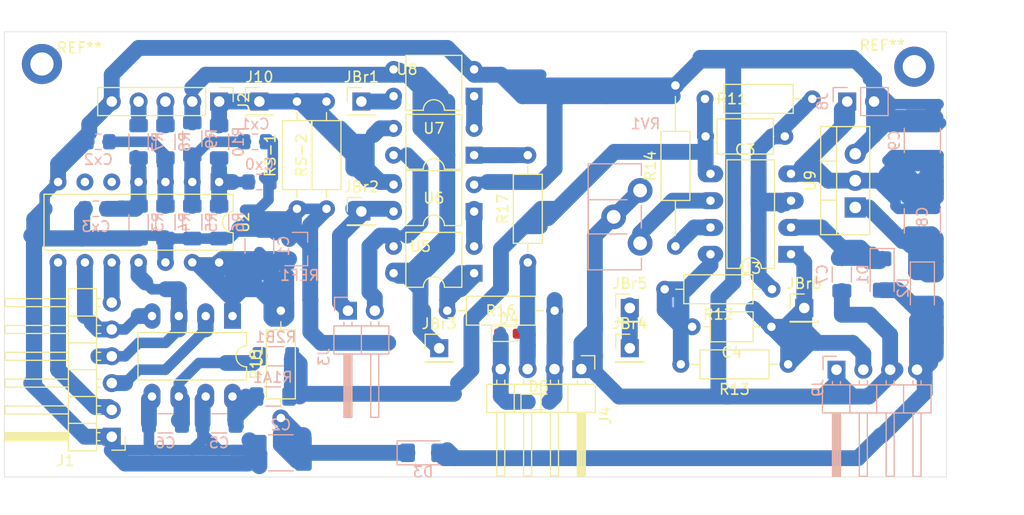
<source format=kicad_pcb>
(kicad_pcb (version 20211014) (generator pcbnew)
  (layers (0 "F.Cu" signal) (31 "B.Cu" signal) (34 "B.Paste" user) (35 "F.Paste" user) (36 "B.SilkS" user "B.Silkscreen") (37 "F.SilkS" user "F.Silkscreen") (38 "B.Mask" user) (39 "F.Mask" user) (44 "Edge.Cuts" user))
  (net 0 "")
  (net 1 "GND")
  (net 2 "Net-(C1-Pad1)")
  (net 3 "Net-(C3-Pad2)")
  (net 4 "Net-(C3-Pad1)")
  (net 5 "Net-(J1-Pad6)")
  (net 6 "Net-(J1-Pad5)")
  (net 7 "Net-(J1-Pad3)")
  (net 8 "Net-(J1-Pad2)")
  (net 9 "Net-(J2-Pad4)")
  (net 10 "Net-(J2-Pad3)")
  (net 11 "Net-(D4-Pad1)")
  (net 12 "Net-(R16-Pad2)")
  (net 13 "Net-(R17-Pad2)")
  (net 14 "Net-(J1-Pad4)")
  (net 15 "Net-(C5-Pad2)")
  (net 16 "Net-(C6-Pad2)")
  (net 17 "Net-(C7-Pad1)")
  (net 18 "VSS")
  (net 19 "-5V")
  (net 20 "Net-(C8-Pad1)")
  (net 21 "Net-(Cx1-Pad2)")
  (net 22 "Net-(Cx2-Pad2)")
  (net 23 "Net-(Cx3-Pad2)")
  (net 24 "Net-(Cx0-Pad2)")
  (net 25 "Net-(J10-Pad1)")
  (net 26 "Net-(U7-Pad2)")
  (net 27 "Net-(U5-Pad2)")
  (net 28 "Net-(C4-Pad2)")
  (net 29 "Net-(J3-Pad2)")
  (net 30 "Net-(J3-Pad1)")
  (net 31 "Net-(C4-Pad1)")
  (net 32 "Net-(R14-Pad1)")
  (net 33 "Net-(C2-Pad1)")
  (net 34 "Net-(RV1-Pad3)")
  (net 37 "Net-(D4-Pad2)")
  (net 38 "Net-(D5-Pad2)")
  (footprint "Capacitor_THT:C_Axial_L5.1mm_D3.1mm_P7.50mm_Horizontal" (layer "F.Cu") (at 146.244 37.592 180)
    (fp_text reference "C3")
    (fp_text value "10pF")
  )
  (footprint "Connector_PinHeader_2.54mm:PinHeader_1x06_P2.54mm_Horizontal" (layer "F.Cu") (at 82.55 66.04 180)
    (fp_text reference "J1")
    (fp_text value "Conn_SPI_Gnd")
  )
  (footprint "Resistor_THT:R_Axial_DIN0207_L6.3mm_D2.5mm_P10.16mm_Horizontal" (layer "F.Cu") (at 148.844 34.036 180)
    (fp_text reference "R11")
    (fp_text value "4k")
  )
  (footprint "Resistor_THT:R_Axial_DIN0207_L6.3mm_D2.5mm_P10.16mm_Horizontal" (layer "F.Cu") (at 102.87 44.45 90)
    (fp_text reference "RS-2")
    (fp_text value "100")
  )
  (footprint "Resistor_THT:R_Axial_DIN0207_L6.3mm_D2.5mm_P10.16mm_Horizontal" (layer "F.Cu") (at 124.46 54.102 180)
    (fp_text reference "R16")
    (fp_text value "680")
  )
  (footprint "Resistor_THT:R_Axial_DIN0207_L6.3mm_D2.5mm_P10.16mm_Horizontal" (layer "F.Cu") (at 98.552 64.262 90)
    (fp_text reference "R15")
    (fp_text value "2.7k")
  )
  (footprint "Package_DIP:DIP-14_W7.62mm" (layer "F.Cu") (at 92.71 41.91 -90)
    (fp_text reference "U2")
    (fp_text value "MCP3204")
  )
  (footprint "Package_DIP:DIP-8_W7.62mm_LongPads" (layer "F.Cu") (at 146.827 48.758 180)
    (fp_text reference "U3")
    (fp_text value "TCA0372")
  )
  (footprint "Package_DIP:DIP-4_W7.62mm" (layer "F.Cu") (at 116.84 44.709 180)
    (fp_text reference "U6")
    (fp_text value "TLP222A")
  )
  (footprint "Package_DIP:DIP-4_W7.62mm" (layer "F.Cu") (at 116.84 50.551 180)
    (fp_text reference "U5")
    (fp_text value "TLP222A")
  )
  (footprint "Package_DIP:DIP-8_W7.62mm_LongPads" (layer "F.Cu") (at 93.98 54.61 -90)
    (fp_text reference "U1")
    (fp_text value "MCP4822")
  )
  (footprint "Connector_PinHeader_2.54mm:PinHeader_1x05_P2.54mm_Vertical" (layer "F.Cu") (at 92.71 34.29 -90)
    (fp_text reference "J2")
    (fp_text value "Conn_ADC_0_3_Gnd")
  )
  (footprint "Resistor_THT:R_Axial_DIN0207_L6.3mm_D2.5mm_P15.24mm_Horizontal" (layer "F.Cu") (at 135.89 48.006 90)
    (fp_text reference "R14")
    (fp_text value "10k")
  )
  (footprint "Resistor_THT:R_Axial_DIN0207_L6.3mm_D2.5mm_P10.16mm_Horizontal" (layer "F.Cu") (at 100.076 44.45 90)
    (fp_text reference "RS-1")
    (fp_text value "100")
  )
  (footprint "Package_TO_SOT_THT:TO-220-3_Vertical" (layer "F.Cu") (at 152.908 44.323 90)
    (fp_text reference "U9")
    (fp_text value "LMO78_05-0.5")
  )
  (footprint "Resistor_THT:R_Axial_DIN0207_L6.3mm_D2.5mm_P10.16mm_Horizontal" (layer "F.Cu") (at 145.034 52.07 180)
    (fp_text reference "R12")
    (fp_text value "10k")
  )
  (footprint "Connector_PinHeader_2.54mm:PinHeader_1x01_P2.54mm_Vertical" (layer "F.Cu") (at 96.52 34.29)
    (fp_text reference "J10")
    (fp_text value "ADC0")
  )
  (footprint "Resistor_THT:R_Axial_DIN0207_L6.3mm_D2.5mm_P10.16mm_Horizontal" (layer "F.Cu") (at 121.92 49.53 90)
    (fp_text reference "R17")
    (fp_text value "680")
  )
  (footprint "Package_DIP:DIP-4_W7.62mm" (layer "F.Cu") (at 116.84 39.37 180)
    (fp_text reference "U7")
    (fp_text value "TLP222A")
  )
  (footprint "Package_DIP:DIP-4_W7.62mm" (layer "F.Cu") (at 116.84 33.787 180)
    (fp_text reference "U8")
    (fp_text value "TLP222A")
  )
  (footprint "Capacitor_THT:C_Axial_L3.8mm_D2.6mm_P7.50mm_Horizontal" (layer "F.Cu") (at 144.974 55.626 180)
    (fp_text reference "C4")
    (fp_text value "10pF")
  )
  (footprint "Connector_PinHeader_2.54mm:PinHeader_1x04_P2.54mm_Horizontal" (layer "F.Cu") (at 126.985 59.633 -90)
    (fp_text reference "J4")
    (fp_text value "SW_Pow_N_P_Gnd")
  )
  (footprint "Resistor_THT:R_Axial_DIN0207_L6.3mm_D2.5mm_P10.16mm_Horizontal" (layer "F.Cu") (at 146.558 59.182 180)
    (fp_text reference "R13")
    (fp_text value "50k")
  )
  (footprint "Connector_PinHeader_2.54mm:PinHeader_1x01_P2.54mm_Vertical" (layer "F.Cu") (at 106.172 34.29)
    (fp_text reference "JBr1")
    (fp_text value "U8_4")
  )
  (footprint "Connector_PinHeader_2.54mm:PinHeader_1x01_P2.54mm_Vertical" (layer "F.Cu") (at 106.172 44.704)
    (fp_text reference "JBr2")
    (fp_text value "U6_4")
  )
  (footprint "Connector_PinHeader_2.54mm:PinHeader_1x01_P2.54mm_Vertical" (layer "F.Cu") (at 113.538 57.658)
    (fp_text reference "JBr3")
    (fp_text value "U5_4")
  )
  (footprint "Connector_PinHeader_2.54mm:PinHeader_1x01_P2.54mm_Vertical" (layer "F.Cu") (at 131.572 57.658)
    (fp_text reference "JBr4")
    (fp_text value "OutA")
  )
  (footprint "Connector_PinHeader_2.54mm:PinHeader_1x01_P2.54mm_Vertical" (layer "F.Cu") (at 131.572 53.848)
    (fp_text reference "JBr5")
    (fp_text value "OutA")
  )
  (footprint "MountingHole:MountingHole_2.2mm_M2_DIN965_Pad" (layer "F.Cu") (at 75.946 30.734)
    (fp_text reference "REF**")
    (fp_text value "MH_M2")
  )
  (footprint "MountingHole:MountingHole_2.2mm_M2_DIN965_Pad" (layer "F.Cu") (at 158.496 30.988)
    (fp_text reference "REF**")
    (fp_text value "MH_M2")
  )
  (footprint "Diode_SMD:D_0603_1608Metric_Pad1.05x0.95mm_HandSolder" (layer "F.Cu") (at 120.142 56.28)
    (fp_text reference "D4")
    (fp_text value "Shottky")
  )
  (footprint "Diode_SMD:D_0603_1608Metric_Pad1.05x0.95mm_HandSolder" (layer "F.Cu") (at 122.936 62.738)
    (fp_text reference "D5")
    (fp_text value "Shottky")
  )
  (footprint "Connector_PinHeader_2.54mm:PinHeader_1x01_P2.54mm_Vertical" (layer "F.Cu") (at 148.082 53.848)
    (fp_text reference "JBr6")
    (fp_text value "OutA")
  )
  (footprint "Capacitor_SMD:C_1210_3225Metric_Pad1.33x2.70mm_HandSolder" (layer "B.Cu") (at 96.52 47.9675 90)
    (fp_text reference "C1")
    (fp_text value "10uF")
  )
  (footprint "Capacitor_SMD:C_1812_4532Metric_Pad1.57x3.40mm_HandSolder" (layer "B.Cu") (at 98.552 67.564 180)
    (fp_text reference "C2")
    (fp_text value "10uF")
  )
  (footprint "Resistor_SMD:R_1206_3216Metric_Pad1.30x1.75mm_HandSolder" (layer "B.Cu") (at 85.09 45.72 90)
    (fp_text reference "R3")
    (fp_text value "10k")
  )
  (footprint "Resistor_SMD:R_1206_3216Metric_Pad1.30x1.75mm_HandSolder" (layer "B.Cu") (at 87.63 45.72 90)
    (fp_text reference "R4")
    (fp_text value "10k")
  )
  (footprint "Resistor_SMD:R_1206_3216Metric_Pad1.30x1.75mm_HandSolder" (layer "B.Cu") (at 90.17 45.72 90)
    (fp_text reference "R5")
    (fp_text value "10k")
  )
  (footprint "Resistor_SMD:R_1206_3216Metric_Pad1.30x1.75mm_HandSolder" (layer "B.Cu") (at 92.71 45.72 90)
    (fp_text reference "R6")
    (fp_text value "10k")
  )
  (footprint "Resistor_SMD:R_1206_3216Metric_Pad1.30x1.75mm_HandSolder" (layer "B.Cu") (at 85.09 38.1 90)
    (fp_text reference "R7")
    (fp_text value "10k")
  )
  (footprint "Resistor_SMD:R_1206_3216Metric_Pad1.30x1.75mm_HandSolder" (layer "B.Cu") (at 87.63 38.1 90)
    (fp_text reference "R8")
    (fp_text value "20k")
  )
  (footprint "Resistor_SMD:R_1206_3216Metric_Pad1.30x1.75mm_HandSolder" (layer "B.Cu") (at 90.17 37.82 90)
    (fp_text reference "R9")
    (fp_text value "20k")
  )
  (footprint "Resistor_SMD:R_1206_3216Metric_Pad1.30x1.75mm_HandSolder" (layer "B.Cu") (at 92.71 38.1 90)
    (fp_text reference "R10")
    (fp_text value "10k")
  )
  (footprint "Package_TO_SOT_SMD:SOT-23" (layer "B.Cu") (at 100.33 48.26)
    (fp_text reference "REF1")
    (fp_text value "ZRB500_5")
  )
  (footprint "Capacitor_SMD:C_1206_3216Metric_Pad1.33x1.80mm_HandSolder" (layer "B.Cu") (at 92.71 64.77)
    (fp_text reference "C5")
    (fp_text value "10nF")
  )
  (footprint "Capacitor_SMD:C_1206_3216Metric_Pad1.33x1.80mm_HandSolder" (layer "B.Cu") (at 87.63 64.77)
    (fp_text reference "C6")
    (fp_text value "10nF")
  )
  (footprint "Capacitor_SMD:C_1206_3216Metric_Pad1.33x1.80mm_HandSolder" (layer "B.Cu") (at 151.638 50.673 -90)
    (fp_text reference "C7")
    (fp_text value "10uF")
  )
  (footprint "Diode_SMD:D_1206_3216Metric_Pad1.42x1.75mm_HandSolder" (layer "B.Cu") (at 155.448 50.673 -90)
    (fp_text reference "D1")
    (fp_text value "Shottky")
  )
  (footprint "Connector_PinHeader_2.54mm:PinHeader_1x02_P2.54mm_Horizontal" (layer "B.Cu") (at 104.902 54.102 -90)
    (fp_text reference "J3")
    (fp_text value "Conn_C_E")
  )
  (footprint "Connector_PinHeader_2.54mm:PinHeader_1x02_P2.54mm_Vertical" (layer "B.Cu") (at 152.146 34.29 -90)
    (fp_text reference "J8")
    (fp_text value "Conn_Gnd-5V")
  )
  (footprint "Diode_SMD:D_1206_3216Metric_Pad1.42x1.75mm_HandSolder" (layer "B.Cu") (at 159.258 51.943 -90)
    (fp_text reference "D2")
    (fp_text value "Shottky")
  )
  (footprint "Capacitor_SMD:C_0805_2012Metric_Pad1.18x1.45mm_HandSolder" (layer "B.Cu") (at 81.0475 44.45)
    (fp_text reference "Cx3")
    (fp_text value "10nF")
  )
  (footprint "Capacitor_SMD:C_0805_2012Metric_Pad1.18x1.45mm_HandSolder" (layer "B.Cu") (at 81.28 38.1)
    (fp_text reference "Cx2")
    (fp_text value "10nF")
  )
  (footprint "Capacitor_SMD:C_0805_2012Metric_Pad1.18x1.45mm_HandSolder" (layer "B.Cu") (at 96.52 41.91 180)
    (fp_text reference "Cx0")
    (fp_text value "10nF")
  )
  (footprint "Capacitor_SMD:C_0805_2012Metric_Pad1.18x1.45mm_HandSolder" (layer "B.Cu") (at 96.1125 38.1 180)
    (fp_text reference "Cx1")
    (fp_text value "10nF")
  )
  (footprint "Capacitor_SMD:C_1812_4532Metric_Pad1.57x3.40mm_HandSolder" (layer "B.Cu") (at 159.258 45.593 90)
    (fp_text reference "C8")
    (fp_text value "20uF")
  )
  (footprint "Capacitor_SMD:C_1812_4532Metric_Pad1.57x3.40mm_HandSolder" (layer "B.Cu") (at 159.258 37.973 -90)
    (fp_text reference "C9")
    (fp_text value "20uF")
  )
  (footprint "Resistor_SMD:R_1206_3216Metric_Pad1.30x1.75mm_HandSolder" (layer "B.Cu") (at 97.79 62.23 180)
    (fp_text reference "R1A1")
    (fp_text value "20k")
  )
  (footprint "Resistor_SMD:R_1206_3216Metric_Pad1.30x1.75mm_HandSolder" (layer "B.Cu") (at 98.07 58.42 180)
    (fp_text reference "R2B1")
    (fp_text value "2k")
  )
  (footprint "Connector_PinHeader_2.54mm:PinHeader_1x04_P2.54mm_Horizontal" (layer "B.Cu") (at 151.13 59.69 -90)
    (fp_text reference "J9")
    (fp_text value "Conn_Gnd_OutA_Gnd_15V")
  )
  (footprint "Diode_SMD:D_1206_3216Metric_Pad1.42x1.75mm_HandSolder" (layer "B.Cu") (at 112.014 67.564)
    (fp_text reference "D3")
    (fp_text value "Shottky")
  )
  (footprint "Potentiometer_THT:Potentiometer_ACP_CA9-H2,5_Horizontal" (layer "B.Cu") (at 132.548 42.712 180)
    (fp_text reference "RV1")
    (fp_text value "1k")
  )
  (gr_rect (start 72.39 27.686) (end 161.544 69.85) (layer "Edge.Cuts") (width 0.05) (fill none))
  (segment (start 77.47 41.91) (end 77.47 41.0475) (width 1) (layer "B.Cu") (net 1))
  (segment (start 151.13 60.96) (end 151.13 59.69) (width 1.5) (layer "B.Cu") (net 1))
  (segment (start 154.313823 62.103) (end 154.178 62.103) (width 1.5) (layer "B.Cu") (net 1))
  (segment (start 154.686 37.465) (end 154.686 34.29) (width 1.5) (layer "B.Cu") (net 1))
  (segment (start 96.4145 66.6535) (end 96.4145 67.564) (width 1.5) (layer "B.Cu") (net 1))
  (segment (start 139.954 52.832) (end 141.357 51.429) (width 1.5) (layer "B.Cu") (net 1))
  (segment (start 154.686 32.131) (end 154.1145 31.5595) (width 1.5) (layer "B.Cu") (net 1))
  (segment (start 159.7445 35.8355) (end 160.528 35.052) (width 1) (layer "B.Cu") (net 1))
  (segment (start 82.55 67.31) (end 83.82 67.31) (width 1) (layer "B.Cu") (net 1))
  (segment (start 127 58.42) (end 127 57.15) (width 1.5) (layer "B.Cu") (net 1))
  (segment (start 75.21 45.44) (end 76.2 44.45) (width 1.5) (layer "B.Cu") (net 1))
  (segment (start 101.33 47.26) (end 101.33 45.99) (width 1) (layer "B.Cu") (net 1))
  (segment (start 91.1475 64.77) (end 91.1475 65.7475) (width 1) (layer "B.Cu") (net 1))
  (segment (start 129.286 33.782) (end 135.636 33.782) (width 1.5) (layer "B.Cu") (net 1))
  (segment (start 97.3825 41.91) (end 97.3825 43.5875) (width 1) (layer "B.Cu") (net 1))
  (segment (start 95.3985 68.58) (end 96.4145 67.564) (width 1.5) (layer "B.Cu") (net 1))
  (segment (start 100.83 47.76) (end 101.33 48.26) (width 1) (layer "B.Cu") (net 1))
  (segment (start 160.655 36.703) (end 161.036 36.322) (width 1) (layer "B.Cu") (net 1))
  (segment (start 91.1475 65.7475) (end 91.1475 66.3325) (width 1) (layer "B.Cu") (net 1))
  (segment (start 128.27 55.88) (end 128.27 54.61) (width 1.5) (layer "B.Cu") (net 1))
  (segment (start 80.01 66.04) (end 82.55 66.04) (width 1.5) (layer "B.Cu") (net 1))
  (segment (start 97.3825 43.5875) (end 96.43 44.54) (width 1) (layer "B.Cu") (net 1))
  (segment (start 119.38 31.75) (end 121.412 33.782) (width 1.5) (layer "B.Cu") (net 1))
  (segment (start 124.46 40.64) (end 124.46 34.29) (width 1.5) (layer "B.Cu") (net 1))
  (segment (start 156.718 59.698823) (end 154.313823 62.103) (width 1.5) (layer "B.Cu") (net 1))
  (segment (start 101.346 53.086) (end 101.346 56.134) (width 1.5) (layer "B.Cu") (net 1))
  (segment (start 82.55 34.29) (end 82.55 31.75) (width 1.5) (layer "B.Cu") (net 1))
  (segment (start 141.29825 30.15175) (end 141.357 30.2105) (width 1.5) (layer "B.Cu") (net 1))
  (segment (start 156.464 34.544) (end 154.1145 32.1945) (width 1) (layer "B.Cu") (net 1))
  (segment (start 96.43 44.54) (end 95.16 44.54) (width 1) (layer "B.Cu") (net 1))
  (segment (start 92.71 67.31) (end 91.44 67.31) (width 1) (layer "B.Cu") (net 1))
  (segment (start 152.654 62.23) (end 154.186823 62.23) (width 1.5) (layer "B.Cu") (net 1))
  (segment (start 152.908 39.243) (end 154.6225 37.5285) (width 1.5) (layer "B.Cu") (net 1))
  (segment (start 77.47 40.185) (end 80.4175 37.2375) (width 1.5) (layer "B.Cu") (net 1))
  (segment (start 155.88175 34.99925) (end 155.94525 35.06275) (width 1.5) (layer "B.Cu") (net 1))
  (segment (start 80.01 46.99) (end 87.63 46.99) (width 1) (layer "B.Cu") (net 1))
  (segment (start 101.33 48.26) (end 101.33 53.07) (width 1.5) (layer "B.Cu") (net 1))
  (segment (start 118.11 41.91) (end 123.19 41.91) (width 1.5) (layer "B.Cu") (net 1))
  (segment (start 79.73 44.73) (end 80.01 44.45) (width 1.5) (layer "B.Cu") (net 1))
  (segment (start 76.2 46.99) (end 74.93 46.99) (width 1) (layer "B.Cu") (net 1))
  (segment (start 128.27 58.42) (end 128.27 55.88) (width 1.5) (layer "B.Cu") (net 1))
  (segment (start 156.21 59.69) (end 156.21 56.388) (width 1.5) (layer "B.Cu") (net 1))
  (segment (start 149.86 62.23) (end 152.654 62.23) (width 1.5) (layer "B.Cu") (net 1))
  (segment (start 97.74 46.355) (end 98.0825 46.6975) (width 1.5) (layer "B.Cu") (net 1))
  (segment (start 96.52 45.4275) (end 99.3075 45.4275) (width 1.5) (layer "B.Cu") (net 1))
  (segment (start 83.82 67.31) (end 86.36 67.31) (width 1) (layer "B.Cu") (net 1))
  (segment (start 83.82 68.58) (end 95.3985 68.58) (width 1.5) (layer "B.Cu") (net 1))
  (segment (start 91.1475 64.77) (end 91.1475 62.5225) (width 1.5) (layer "B.Cu") (net 1))
  (segment (start 99.33 47.31) (end 99.33 45.45) (width 1.5) (layer "B.Cu") (net 1))
  (segment (start 151.638 54.483) (end 151.638 52.2355) (width 1.5) (layer "B.Cu") (net 1))
  (segment (start 154.305 54.483) (end 151.638 54.483) (width 1.5) (layer "B.Cu") (net 1))
  (segment (start 140.982 62.23) (end 149.86 62.23) (width 1.5) (layer "B.Cu") (net 1))
  (segment (start 159.258 35.8355) (end 159.4905 35.8355) (width 1) (layer "B.Cu") (net 1))
  (segment (start 91.1475 66.3325) (end 90.17 67.31) (width 1) (layer "B.Cu") (net 1))
  (segment (start 86.36 67.31) (end 90.17 67.31) (width 1) (layer "B.Cu") (net 1))
  (segment (start 135.89 32.766) (end 120.396 32.766) (width 1.5) (layer "B.Cu") (net 1))
  (segment (start 76.2 46.99) (end 80.01 46.99) (width 1) (layer "B.Cu") (net 1))
  (segment (start 75.21 61.24) (end 75.565 61.595) (width 1.5) (layer "B.Cu") (net 1))
  (segment (start 102.362 57.15) (end 108.712 57.15) (width 1.5) (layer "B.Cu") (net 1))
  (segment (start 93.7 47.27) (end 94.615 46.355) (width 1) (layer "B.Cu") (net 1))
  (segment (start 128.27 55.88) (end 128.27 46.99) (width 1.5) (layer "B.Cu") (net 1))
  (segment (start 76.2 46.99) (end 76.2 44.45) (width 1) (layer "B.Cu") (net 1))
  (segment (start 120.396 32.766) (end 119.38 31.75) (width 1.5) (layer "B.Cu") (net 1))
  (segment (start 90.17 67.31) (end 91.44 67.31) (width 1) (layer "B.Cu") (net 1))
  (segment (start 130.556 62.23) (end 140.716 62.23) (width 1.5) (layer "B.Cu") (net 1))
  (segment (start 93.98 67.31) (end 92.71 67.31) (width 1) (layer "B.Cu") (net 1))
  (segment (start 97.79 38.1) (end 97.79 41.5025) (width 1) (layer "B.Cu") (net 1))
  (segment (start 74.93 60.96) (end 80.01 66.04) (width 1.5) (layer "B.Cu") (net 1))
  (segment (start 86.0675 62.5225) (end 86.36 62.23) (width 1.5) (layer "B.Cu") (net 1))
  (segment (start 138.25025 30.15175) (end 141.29825 30.15175) (width 1.5) (layer "B.Cu") (net 1))
  (segment (start 87.63 47.27) (end 92.71 47.27) (width 1) (layer "B.Cu") (net 1))
  (segment (start 154.6225 37.5285) (end 155.448 36.703) (width 1.5) (layer "B.Cu") (net 1))
  (segment (start 118.11 31.75) (end 119.38 31.75) (width 1.5) (layer "B.Cu") (net 1))
  (segment (start 76.2 43.18) (end 77.47 41.91) (width 1) (layer "B.Cu") (net 1))
  (segment (start 82.55 67.31) (end 83.82 68.58) (width 1.5) (layer "B.Cu") (net 1))
  (segment (start 116.84 31.75) (end 123.19 31.75) (width 1) (layer "B.Cu") (net 1))
  (segment (start 152.96075 30.40575) (end 138.25025 30.40575) (width 1.5) (layer "B.Cu") (net 1))
  (segment (start 76.2 44.45) (end 76.2 43.18) (width 1) (layer "B.Cu") (net 1))
  (segment (start 80.01 44.45) (end 80.01 46.99) (width 1) (layer "B.Cu") (net 1))
  (segment (start 86.0675 67.0175) (end 86.36 67.31) (width 1) (layer "B.Cu") (net 1))
  (segment (start 128.27 59.944) (end 130.556 62.23) (width 1.5) (layer "B.Cu") (net 1))
  (segment (start 154.6225 37.5285) (end 154.686 37.465) (width 1.5) (layer "B.Cu") (net 1))
  (segment (start 151.384 60.96) (end 152.654 62.23) (width 1.5) (layer "B.Cu") (net 1))
  (segment (start 91.1475 66.3325) (end 91.1475 64.77) (width 1) (layer "B.Cu") (net 1))
  (segment (start 80.4175 38.1) (end 80.4175 37.2375) (width 1) (layer "B.Cu") (net 1))
  (segment (start 92.71 47.27) (end 93.7 47.27) (width 1) (layer "B.Cu") (net 1))
  (segment (start 160.782 34.544) (end 156.464 34.544) (width 1) (layer "B.Cu") (net 1))
  (segment (start 124.968 33.782) (end 129.286 33.782) (width 1.5) (layer "B.Cu") (net 1))
  (segment (start 75.21 47.27) (end 74.93 46.99) (width 1.5) (layer "B.Cu") (net 1))
  (segment (start 100.0375 46.6975) (end 100.0375 44.7425) (width 1) (layer "B.Cu") (net 1))
  (segment (start 100.33 46.405) (end 100.0375 46.6975) (width 1) (layer "B.Cu") (net 1))
  (segment (start 160.5065 35.8355) (end 159.258 35.8355) (width 1.5) (layer "B.Cu") (net 1))
  (segment (start 138.25025 30.40575) (end 138.25025 30.15175) (width 1.5) (layer "B.Cu") (net 1))
  (segment (start 154.1145 32.1945) (end 154.1145 31.5595) (width 1) (layer "B.Cu") (net 1))
  (segment (start 96.975 38.1) (end 97.79 38.1) (width 1) (layer "B.Cu") (net 1))
  (segment (start 154.186823 62.23) (end 154.313823 62.103) (width 1.5) (layer "B.Cu") (net 1))
  (segment (start 97.79 41.5025) (end 97.3825 41.91) (width 1) (layer "B.Cu") (net 1))
  (segment (start 127 59.618) (end 126.985 59.633) (width 1.5) (layer "B.Cu") (net 1))
  (segment (start 80.4175 37.2375) (end 80.4175 36.4225) (width 1.5) (layer "B.Cu") (net 1))
  (segment (start 86.0675 64.77) (end 86.0675 67.0175) (width 1) (layer "B.Cu") (net 1))
  (segment (start 99.3525 46.6975) (end 100.0375 46.6975) (width 1) (layer "B.Cu") (net 1))
  (segment (start 74.93 60.96) (end 75.565 61.595) (width 1) (layer "B.Cu") (net 1))
  (segment (start 77.47 41.0475) (end 80.4175 38.1) (width 1) (layer "B.Cu") (net 1))
  (segment (start 86.36 46.99) (end 87.63 46.99) (width 1) (layer "B.Cu") (net 1))
  (segment (start 100.0375 44.7425) (end 100.33 44.45) (width 1) (layer "B.Cu") (net 1))
  (segment (start 74.93 46.99) (end 74.93 60.96) (width 1) (layer "B.Cu") (net 1))
  (segment (start 101.33 45.99) (end 101.33 48.26) (width 1.5) (layer "B.Cu") (net 1))
  (segment (start 118.11 31.75) (end 116.84 31.75) (width 1.5) (layer "B.Cu") (net 1))
  (segment (start 99.7675 46.6975) (end 100.83 47.76) (width 1) (layer "B.Cu") (net 1))
  (segment (start 127 58.42) (end 127 59.618) (width 1.5) (layer "B.Cu") (net 1))
  (segment (start 116.84 41.91) (end 118.11 41.91) (width 1) (layer "B.Cu") (net 1))
  (segment (start 101.346 56.134) (end 102.362 57.15) (width 1.5) (layer "B.Cu") (net 1))
  (segment (start 95.5425 45.4275) (end 96.52 45.4275) (width 1) (layer "B.Cu") (net 1))
  (segment (start 96.4145 67.564) (end 96.52 67.6695) (width 1.5) (layer "B.Cu") (net 1))
  (segment (start 140.716 62.23) (end 139.954 61.468) (width 1.5) (layer "B.Cu") (net 1))
  (segment (start 141.29825 30.15175) (end 152.70675 30.15175) (width 1.5) (layer "B.Cu") (net 1))
  (segment (start 135.89 32.766) (end 138.25025 30.40575) (width 1.5) (layer "B.Cu") (net 1))
  (segment (start 91.1475 65.7475) (end 92.71 67.31) (width 1) (layer "B.Cu") (net 1))
  (segment (start 155.88175 35.067169) (end 155.88175 34.99925) (width 1.5) (layer "B.Cu") (net 1))
  (segment (start 101.33 46.72) (end 101.3075 46.6975) (width 1) (layer "B.Cu") (net 1))
  (segment (start 93.98 67.31) (end 95.25 67.31) (width 1) (layer "B.Cu") (net 1))
  (segment (start 114.3 29.21) (end 116.84 31.75) (width 1.5) (layer "B.Cu") (net 1))
  (segment (start 156.464 34.544) (end 155.94525 35.06275) (width 1) (layer "B.Cu") (net 1))
  (segment (start 80.4175 36.4225) (end 82.55 34.29) (width 1.5) (layer "B.Cu") (net 1))
  (segment (start 96.4145 67.2045) (end 95.580002 66.370002) (width 1.5) (layer "B.Cu") (net 1))
  (segment (start 99.3075 45.4275) (end 99.33 45.45) (width 1.5) (layer "B.Cu") (net 1))
  (segment (start 99.33 45.45) (end 100.33 44.45) (width 1.5) (layer "B.Cu") (net 1))
  (segment (start 151.13 60.96) (end 151.384 60.96) (width 1.5) (layer "B.Cu") (net 1))
  (segment (start 96.4145 67.564) (end 96.4145 67.2045) (width 1.5) (layer "B.Cu") (net 1))
  (segment (start 82.55 66.04) (end 82.55 67.31) (width 1) (layer "B.Cu") (net 1))
  (segment (start 127 58.42) (end 128.27 58.42) (width 1.5) (layer "B.Cu") (net 1))
  (segment (start 124.46 34.29) (end 124.968 33.782) (width 1.5) (layer "B.Cu") (net 1))
  (segment (start 100.33 44.45) (end 102.87 44.45) (width 1) (layer "B.Cu") (net 1))
  (segment (start 93.98 67.31) (end 94.785 67.31) (width 1) (layer "B.Cu") (net 1))
  (segment (start 159.258 35.8355) (end 155.8505 35.8355) (width 1.5) (layer "B.Cu") (net 1))
  (segment (start 156.21 56.388) (end 154.305 54.483) (width 1.5) (layer "B.Cu") (net 1))
  (segment (start 96.52 67.6695) (end 96.52 68.834) (width 1.5) (layer "B.Cu") (net 1))
  (segment (start 139.954 61.468) (end 139.954 52.832) (width 1.5) (layer "B.Cu") (net 1))
  (segment (start 155.448 36.703) (end 160.655 36.703) (width 1) (layer "B.Cu") (net 1))
  (segment (start 79.73 47.27) (end 75.21 47.27) (width 1.5) (layer "B.Cu") (net 1))
  (segment (start 154.1145 31.5595) (end 152.96075 30.40575) (width 1.5) (layer "B.Cu") (net 1))
  (segment (start 159.258 35.8355) (end 159.7445 35.8355) (width 1) (layer "B.Cu") (net 1))
  (segment (start 80.4175 38.1) (end 80.01 38.1) (width 1) (layer "B.Cu") (net 1))
  (segment (start 101.33 48.26) (end 101.33 47.26) (width 1) (layer "B.Cu") (net 1))
  (segment (start 96.52 67.31) (end 93.98 67.31) (width 1) (layer "B.Cu") (net 1))
  (segment (start 99.3525 46.6975) (end 99.7675 46.6975) (width 1) (layer "B.Cu") (net 1))
  (segment (start 77.47 41.91) (end 77.47 40.185) (width 1.5) (layer "B.Cu") (net 1))
  (segment (start 94.615 46.355) (end 95.5425 45.4275) (width 1) (layer "B.Cu") (net 1))
  (segment (start 75.21 47.27) (end 75.21 61.24) (width 1.5) (layer "B.Cu") (net 1))
  (segment (start 86.0675 64.77) (end 86.0675 62.5225) (width 1.5) (layer "B.Cu") (net 1))
  (segment (start 85.09 47.27) (end 79.73 47.27) (width 1.5) (layer "B.Cu") (net 1))
  (segment (start 96.52 46.6975) (end 98.0825 46.6975) (width 1) (layer "B.Cu") (net 1))
  (segment (start 140.716 62.23) (end 140.982 62.23) (width 1.5) (layer "B.Cu") (net 1))
  (segment (start 96.975 41.5025) (end 97.3825 41.91) (width 1) (layer "B.Cu") (net 1))
  (segment (start 79.73 47.27) (end 79.73 44.73) (width 1.5) (layer "B.Cu") (net 1))
  (segment (start 102.87 44.45) (end 101.33 45.99) (width 1.5) (layer "B.Cu") (net 1))
  (segment (start 98.0825 46.6975) (end 99.3525 46.6975) (width 1) (layer "B.Cu") (net 1))
  (segment (start 149.86 62.23) (end 151.13 60.96) (width 1.5) (layer "B.Cu") (net 1))
  (segment (start 101.33 53.07) (end 101.346 53.086) (width 1.5) (layer "B.Cu") (net 1))
  (segment (start 159.4905 35.8355) (end 160.782 34.544) (width 1) (layer "B.Cu") (net 1))
  (segment (start 94.615 46.355) (end 97.74 46.355) (width 1.5) (layer "B.Cu") (net 1))
  (segment (start 123.19 41.91) (end 124.46 40.64) (width 1.5) (layer "B.Cu") (net 1))
  (segment (start 154.686 34.29) (end 154.686 32.131) (width 1.5) (layer "B.Cu") (net 1))
  (segment (start 87.63 49.53) (end 87.63 47.27) (width 1.5) (layer "B.Cu") (net 1))
  (segment (start 141.357 30.2105) (end 141.357 51.429) (width 1.5) (layer "B.Cu") (net 1))
  (segment (start 127 57.15) (end 128.27 55.88) (width 1.5) (layer "B.Cu") (net 1))
  (segment (start 75.21 47.27) (end 75.21 45.44) (width 1.5) (layer "B.Cu") (net 1))
  (segment (start 82.55 31.75) (end 85.09 29.21) (width 1.5) (layer "B.Cu") (net 1))
  (segment (start 85.09 29.21) (end 114.3 29.21) (width 1.5) (layer "B.Cu") (net 1))
  (segment (start 91.1475 62.5225) (end 91.44 62.23) (width 1.5) (layer "B.Cu") (net 1))
  (segment (start 128.27 58.42) (end 128.27 59.944) (width 1.5) (layer "B.Cu") (net 1))
  (segment (start 128.27 46.99) (end 130.048 45.212) (width 1.5) (layer "B.Cu") (net 1))
  (segment (start 121.412 33.782) (end 124.968 33.782) (width 1.5) (layer "B.Cu") (net 1))
  (segment (start 101.33 47.26) (end 101.33 46.72) (width 1) (layer "B.Cu") (net 1))
  (segment (start 130.048 45.212) (end 132.548 42.712) (width 1.5) (layer "B.Cu") (net 1))
  (segment (start 75.565 61.595) (end 80.01 66.04) (width 1) (layer "B.Cu") (net 1))
  (segment (start 98.806 54.864) (end 99.06 54.61) (width 1.5) (layer "B.Cu") (net 2))
  (segment (start 97.4975 49.8225) (end 97.4975 49.53) (width 1) (layer "B.Cu") (net 2))
  (segment (start 99.06 54.61) (end 99.06 53.34) (width 1.5) (layer "B.Cu") (net 2))
  (segment (start 97.4975 49.8225) (end 97.79 49.53) (width 1) (layer "B.Cu") (net 2))
  (segment (start 92.71 52.07) (end 90.17 49.53) (width 1) (layer "B.Cu") (net 2))
  (segment (start 97.663 54.737) (end 97.663 53.213) (width 1.5) (layer "B.Cu") (net 2))
  (segment (start 92.71 52.07) (end 93.98 50.8) (width 1) (layer "B.Cu") (net 2))
  (segment (start 94.2725 51.0925) (end 94.2725 50.5075) (width 1) (layer "B.Cu") (net 2))
  (segment (start 99.06 54.61) (end 97.663 53.213) (width 1.5) (layer "B.Cu") (net 2))
  (segment (start 93.98 53.34) (end 95.25 52.07) (width 1) (layer "B.Cu") (net 2))
  (segment (start 98.7175 49.8225) (end 99.33 49.21) (width 1) (layer "B.Cu") (net 2))
  (segment (start 97.79 52.07) (end 97.79 50.8) (width 1.5) (layer "B.Cu") (net 2))
  (segment (start 92.71 49.53) (end 92.71 50.8) (width 1) (layer "B.Cu") (net 2))
  (segment (start 96.03125 50.31125) (end 96.52 49.8225) (width 1) (layer "B.Cu") (net 2))
  (segment (start 97.79 52.07) (end 96.52 52.07) (width 1.5) (layer "B.Cu") (net 2))
  (segment (start 92.71 50.8) (end 92.71 52.07) (width 1) (layer "B.Cu") (net 2))
  (segment (start 96.03125 50.04125) (end 95.52 49.53) (width 1) (layer "B.Cu") (net 2))
  (segment (start 97.79 50.8) (end 97.4975 50.8) (width 1.5) (layer "B.Cu") (net 2))
  (segment (start 90.17 49.53) (end 92.71 49.53) (width 1) (layer "B.Cu") (net 2))
  (segment (start 91.44 49.53) (end 92.075 50.165) (width 1) (layer "B.Cu") (net 2))
  (segment (start 96.03125 50.31125) (end 96.03125 50.04125) (width 1) (layer "B.Cu") (net 2))
  (segment (start 94.2725 50.5075) (end 95.25 49.53) (width 1) (layer "B.Cu") (net 2))
  (segment (start 94.2725 50.5075) (end 94.9575 50.5075) (width 1) (layer "B.Cu") (net 2))
  (segment (start 95.25 52.07) (end 96.52 50.8) (width 1) (layer "B.Cu") (net 2))
  (segment (start 93.98 54.61) (end 93.98 53.34) (width 1) (layer "B.Cu") (net 2))
  (segment (start 99.06 53.34) (end 97.79 52.07) (width 1.5) (layer "B.Cu") (net 2))
  (segment (start 99.33 49.21) (end 93.03 49.21) (width 1.5) (layer "B.Cu") (net 2))
  (segment (start 94.76125 51.58125) (end 95.39625 50.94625) (width 1) (layer "B.Cu") (net 2))
  (segment (start 92.71 50.8) (end 92.075 50.165) (width 1) (layer "B.Cu") (net 2))
  (segment (start 96.52 50.8) (end 96.03125 50.31125) (width 1) (layer "B.Cu") (net 2))
  (segment (start 97.79 54.864) (end 97.663 54.737) (width 1.5) (layer "B.Cu") (net 2))
  (segment (start 96.52 49.8225) (end 98.7175 49.8225) (width 1) (layer "B.Cu") (net 2))
  (segment (start 99.06 50.8) (end 99.06 54.61) (width 1.5) (layer "B.Cu") (net 2))
  (segment (start 97.4975 50.8) (end 96.52 49.8225) (width 1.5) (layer "B.Cu") (net 2))
  (segment (start 94.2725 52.07) (end 94.2725 51.0925) (width 1) (layer "B.Cu") (net 2))
  (segment (start 93.03 49.21) (end 92.71 49.53) (width 1.5) (layer "B.Cu") (net 2))
  (segment (start 97.79 54.864) (end 98.806 54.864) (width 1.5) (layer "B.Cu") (net 2))
  (segment (start 94.2725 51.0925) (end 93.98 50.8) (width 1) (layer "B.Cu") (net 2))
  (segment (start 95.39625 50.94625) (end 96.03125 50.31125) (width 1) (layer "B.Cu") (net 2))
  (segment (start 95.25 49.53) (end 95.52 49.53) (width 0.75) (layer "B.Cu") (net 2))
  (segment (start 92.71 52.07) (end 93.98 53.34) (width 1) (layer "B.Cu") (net 2))
  (segment (start 98.0825 49.8225) (end 96.52 49.8225) (width 1) (layer "B.Cu") (net 2))
  (segment (start 92.71 52.07) (end 93.295 52.07) (width 1) (layer "B.Cu") (net 2))
  (segment (start 93.345 50.165) (end 92.71 49.53) (width 1) (layer "B.Cu") (net 2))
  (segment (start 93.295 52.07) (end 94.2725 51.0925) (width 1) (layer "B.Cu") (net 2))
  (segment (start 96.52 52.07) (end 95.25 52.07) (width 1.5) (layer "B.Cu") (net 2))
  (segment (start 97.663 53.213) (end 96.52 52.07) (width 1.5) (layer "B.Cu") (net 2))
  (segment (start 94.2725 51.0925) (end 93.345 50.165) (width 1) (layer "B.Cu") (net 2))
  (segment (start 97.4975 49.53) (end 96.52 48.5525) (width 1) (layer "B.Cu") (net 2))
  (segment (start 98.552 54.102) (end 97.79 54.864) (width 1.5) (layer "B.Cu") (net 2))
  (segment (start 94.2725 52.07) (end 94.76125 51.58125) (width 1) (layer "B.Cu") (net 2))
  (segment (start 92.71 49.53) (end 95.25 49.53) (width 0.75) (layer "B.Cu") (net 2))
  (segment (start 93.98 53.34) (end 93.98 52.3625) (width 1) (layer "B.Cu") (net 2))
  (segment (start 99.3525 49.8225) (end 98.7175 49.8225) (width 1) (layer "B.Cu") (net 2))
  (segment (start 93.49125 50.31125) (end 93.345 50.165) (width 1) (layer "B.Cu") (net 2))
  (segment (start 96.52 49.8225) (end 96.52 48.5525) (width 1) (layer "B.Cu") (net 2))
  (segment (start 93.98 52.3625) (end 94.2725 52.07) (width 1) (layer "B.Cu") (net 2))
  (segment (start 93.98 50.8) (end 92.71 49.53) (width 1) (layer "B.Cu") (net 2))
  (segment (start 94.9575 50.5075) (end 95.39625 50.94625) (width 1) (layer "B.Cu") (net 2))
  (segment (start 96.52 49.8225) (end 97.4975 49.8225) (width 1) (layer "B.Cu") (net 2))
  (segment (start 96.03125 50.31125) (end 93.49125 50.31125) (width 1) (layer "B.Cu") (net 2))
  (segment (start 138.684 37.532) (end 138.744 37.592) (width 1.5) (layer "B.Cu") (net 3))
  (segment (start 138.744 40.675) (end 139.207 41.138) (width 1.5) (layer "B.Cu") (net 3))
  (segment (start 100.33 62.23) (end 100.33 60.96) (width 1.5) (layer "B.Cu") (net 3))
  (segment (start 123.063 46.101) (end 121.539 46.101) (width 1.5) (layer "B.Cu") (net 3))
  (segment (start 100.33 59.69) (end 100.33 59.13) (width 1.5) (layer "B.Cu") (net 3))
  (segment (start 99.34 62.23) (end 99.34 58.7) (width 1) (layer "B.Cu") (net 3))
  (segment (start 100.33 59.13) (end 99.62 58.42) (width 1.5) (layer "B.Cu") (net 3))
  (segment (start 116.586 59.69) (end 116.586 54.864) (width 1.5) (layer "B.Cu") (net 3))
  (segment (start 138.744 37.592) (end 138.744 39.056) (width 1.5) (layer "B.Cu") (net 3))
  (segment (start 99.949 61.976) (end 114.935 61.976) (width 1.5) (layer "B.Cu") (net 3))
  (segment (start 119.38 52.07) (end 119.38 48.26) (width 1.5) (layer "B.Cu") (net 3))
  (segment (start 138.744 39.056) (end 130.108 39.056) (width 1.5) (layer "B.Cu") (net 3))
  (segment (start 115.316 60.96) (end 116.586 59.69) (width 1.5) (layer "B.Cu") (net 3))
  (segment (start 99.34 62.23) (end 100.33 62.23) (width 1) (layer "B.Cu") (net 3))
  (segment (start 123.19 44.45) (end 124.46 44.45) (width 1.5) (layer "B.Cu") (net 3))
  (segment (start 119.38 48.26) (end 121.539 46.101) (width 1.5) (layer "B.Cu") (net 3))
  (segment (start 138.684 34.036) (end 138.684 37.532) (width 1.5) (layer "B.Cu") (net 3))
  (segment (start 100.33 60.96) (end 100.33 59.69) (width 1.5) (layer "B.Cu") (net 3))
  (segment (start 116.586 54.864) (end 119.38 52.07) (width 1.5) (layer "B.Cu") (net 3))
  (segment (start 99.34 58.7) (end 99.62 58.42) (width 1) (layer "B.Cu") (net 3))
  (segment (start 130.108 39.056) (end 123.825 45.339) (width 1.5) (layer "B.Cu") (net 3))
  (segment (start 121.539 46.101) (end 123.19 44.45) (width 1.5) (layer "B.Cu") (net 3))
  (segment (start 138.744 39.056) (end 138.744 40.675) (width 1.5) (layer "B.Cu") (net 3))
  (segment (start 143.764 50.8) (end 143.764 46.482) (width 1.5) (layer "B.Cu") (net 4))
  (segment (start 145.034 37.592) (end 145.288 37.592) (width 1.5) (layer "B.Cu") (net 4))
  (segment (start 143.764 43.942) (end 146.304 43.942) (width 1.5) (layer "B.Cu") (net 4))
  (segment (start 144.028 43.678) (end 143.764 43.942) (width 1.5) (layer "B.Cu") (net 4))
  (segment (start 145.288 37.592) (end 148.844 34.036) (width 1.5) (layer "B.Cu") (net 4))
  (segment (start 143.764 46.482) (end 143.764 45.212) (width 1) (layer "B.Cu") (net 4))
  (segment (start 145.034 52.07) (end 143.764 50.8) (width 1.5) (layer "B.Cu") (net 4))
  (segment (start 145.9015 44.3445) (end 146.304 43.942) (width 1) (layer "B.Cu") (net 4))
  (segment (start 146.827 43.678) (end 144.028 43.678) (width 1.5) (layer "B.Cu") (net 4))
  (segment (start 143.764 46.482) (end 143.764 43.942) (width 1.5) (layer "B.Cu") (net 4))
  (segment (start 145.034 37.592) (end 143.764 38.862) (width 1.5) (layer "B.Cu") (net 4))
  (segment (start 143.764 38.862) (end 143.764 43.942) (width 1.5) (layer "B.Cu") (net 4))
  (segment (start 143.764 41.402) (end 143.764 45.212) (width 1) (layer "B.Cu") (net 4))
  (segment (start 143.764 43.942) (end 143.764 41.402) (width 1.5) (layer "B.Cu") (net 4))
  (segment (start 146.244 37.592) (end 145.034 37.592) (width 1.5) (layer "B.Cu") (net 4))
  (segment (start 82.55 50.8) (end 82.55 49.53) (width 1) (layer "B.Cu") (net 5))
  (segment (start 82.55 53.34) (end 82.55 49.53) (width 1.5) (layer "B.Cu") (net 5))
  (segment (start 80.01 49.53) (end 80.01 54.61) (width 1.5) (layer "B.Cu") (net 6))
  (segment (start 80.01 54.61) (end 80.645 55.245) (width 1) (layer "B.Cu") (net 6))
  (segment (start 86.36 54.61) (end 85.09 54.61) (width 1.5) (layer "B.Cu") (net 6))
  (segment (start 81.28 55.88) (end 82.55 55.88) (width 1.5) (layer "B.Cu") (net 6))
  (segment (start 83.82 55.88) (end 85.09 54.61) (width 1) (layer "B.Cu") (net 6))
  (segment (start 82.55 55.88) (end 83.82 55.88) (width 1) (layer "B.Cu") (net 6))
  (segment (start 81.28 55.88) (end 80.645 55.245) (width 1.5) (layer "B.Cu") (net 6))
  (segment (start 82.55 60.96) (end 83.82 60.96) (width 1.5) (layer "B.Cu") (net 7))
  (segment (start 87.63 59.69) (end 91.44 55.88) (width 1) (layer "B.Cu") (net 7))
  (segment (start 83.82 60.96) (end 85.09 59.69) (width 1) (layer "B.Cu") (net 7))
  (segment (start 91.44 54.61) (end 91.44 55.88) (width 1.5) (layer "B.Cu") (net 7))
  (segment (start 85.09 59.69) (end 87.63 59.69) (width 1) (layer "B.Cu") (net 7))
  (segment (start 80.999999 63.219999) (end 82.269999 63.219999) (width 1.5) (layer "B.Cu") (net 8))
  (segment (start 82.269999 63.219999) (end 82.55 63.5) (width 1.5) (layer "B.Cu") (net 8))
  (segment (start 77.47 59.69) (end 80.999999 63.219999) (width 1.5) (layer "B.Cu") (net 8))
  (segment (start 77.47 49.53) (end 77.47 59.69) (width 1.5) (layer "B.Cu") (net 8))
  (segment (start 85.09 36.55) (end 85.09 35.56) (width 1) (layer "B.Cu") (net 9))
  (segment (start 85.09 35.56) (end 85.09 34.29) (width 1.5) (layer "B.Cu") (net 9))
  (segment (start 87.63 36.55) (end 87.63 34.29) (width 1.5) (layer "B.Cu") (net 10))
  (segment (start 119.365 57.897) (end 119.365 56.119) (width 1) (layer "B.Cu") (net 11))
  (segment (start 119.365 59.633) (end 119.365 62.215) (width 1.5) (layer "B.Cu") (net 11))
  (segment (start 119.365 59.633) (end 119.365 57.897) (width 1.5) (layer "B.Cu") (net 11))
  (segment (start 119.888 62.738) (end 121.92 62.738) (width 1.5) (layer "B.Cu") (net 11))
  (segment (start 119.365 62.215) (end 119.888 62.738) (width 1.5) (layer "B.Cu") (net 11))
  (segment (start 119.365 57.897) (end 119.365 56.657) (width 1.5) (layer "B.Cu") (net 11))
  (segment (start 115.565 50.551) (end 114.3 51.816) (width 1.5) (layer "B.Cu") (net 12))
  (segment (start 114.3 53.086) (end 116.586 50.8) (width 1.5) (layer "B.Cu") (net 12))
  (segment (start 116.84 50.8) (end 115.57 52.07) (width 1.5) (layer "B.Cu") (net 12))
  (segment (start 116.84 50.551) (end 115.565 50.551) (width 1.5) (layer "B.Cu") (net 12))
  (segment (start 114.3 51.816) (end 114.3 53.086) (width 1.5) (layer "B.Cu") (net 12))
  (segment (start 116.586 50.8) (end 116.84 50.8) (width 1.5) (layer "B.Cu") (net 12))
  (segment (start 114.3 53.086) (end 114.3 54.102) (width 1.5) (layer "B.Cu") (net 12))
  (segment (start 120.65 39.37) (end 116.84 39.37) (width 1.5) (layer "B.Cu") (net 13))
  (segment (start 119.38 39.37) (end 116.84 39.37) (width 1.5) (layer "B.Cu") (net 13))
  (segment (start 121.92 39.37) (end 119.38 39.37) (width 1.5) (layer "B.Cu") (net 13))
  (segment (start 88.9 55.88) (end 88.9 54.61) (width 1) (layer "B.Cu") (net 14))
  (segment (start 87.63 57.15) (end 88.9 55.88) (width 1) (layer "B.Cu") (net 14))
  (segment (start 83.82 58.42) (end 85.09 57.15) (width 1) (layer "B.Cu") (net 14))
  (segment (start 85.09 49.53) (end 85.09 50.8) (width 1.5) (layer "B.Cu") (net 14))
  (segment (start 88.9 52.07) (end 87.63 52.07) (width 1.5) (layer "B.Cu") (net 14))
  (segment (start 86.36 52.07) (end 87.63 52.07) (width 1) (layer "B.Cu") (net 14))
  (segment (start 82.55 58.42) (end 81.28 58.42) (width 1.5) (layer "B.Cu") (net 14))
  (segment (start 85.09 57.15) (end 87.63 57.15) (width 1) (layer "B.Cu") (net 14))
  (segment (start 88.9 54.61) (end 88.9 53.34) (width 1.5) (layer "B.Cu") (net 14))
  (segment (start 82.55 58.42) (end 83.82 58.42) (width 1) (layer "B.Cu") (net 14))
  (segment (start 85.09 50.8) (end 85.725 51.435) (width 1.5) (layer "B.Cu") (net 14))
  (segment (start 88.9 53.34) (end 88.9 52.07) (width 1.5) (layer "B.Cu") (net 14))
  (segment (start 85.725 51.435) (end 86.36 52.07) (width 1) (layer "B.Cu") (net 14))
  (segment (start 88.9 55.88) (end 88.9 53.34) (width 1.5) (layer "B.Cu") (net 14))
  (segment (start 93.98 62.23) (end 93.98 64.4775) (width 1) (layer "B.Cu") (net 15))
  (segment (start 94.5525 65.05) (end 94.2725 64.77) (width 1) (layer "B.Cu") (net 15))
  (segment (start 94.2725 64.77) (end 94.2725 64.1975) (width 1.5) (layer "B.Cu") (net 15))
  (segment (start 94.2725 63.2075) (end 95.25 62.23) (width 1.5) (layer "B.Cu") (net 15))
  (segment (start 94.2725 64.77) (end 94.2725 63.2075) (width 1.5) (layer "B.Cu") (net 15))
  (segment (start 93.98 64.4775) (end 94.2725 64.77) (width 1) (layer "B.Cu") (net 15))
  (segment (start 94.2725 64.1975) (end 96.24 62.23) (width 1.5) (layer "B.Cu") (net 15))
  (segment (start 93.98 62.23) (end 95.25 62.23) (width 1) (layer "B.Cu") (net 15))
  (segment (start 95.25 62.23) (end 96.24 62.23) (width 1) (layer "B.Cu") (net 15))
  (segment (start 88.9 62.23) (end 88.9 64.4775) (width 1) (layer "B.Cu") (net 16))
  (segment (start 90.805 59.055) (end 93.345 59.055) (width 1) (layer "B.Cu") (net 16))
  (segment (start 89.1925 64.77) (end 88.9 64.4775) (width 1.5) (layer "B.Cu") (net 16))
  (segment (start 95.885 59.055) (end 96.52 58.42) (width 1.5) (layer "B.Cu") (net 16))
  (segment (start 88.9 60.96) (end 90.805 59.055) (width 1) (layer "B.Cu") (net 16))
  (segment (start 93.345 59.055) (end 95.885 59.055) (width 1.5) (layer "B.Cu") (net 16))
  (segment (start 88.9 62.23) (end 88.9 60.96) (width 1) (layer "B.Cu") (net 16))
  (segment (start 89.1925 64.77) (end 89.1925 62.5225) (width 1.5) (layer "B.Cu") (net 16))
  (segment (start 89.1925 62.5225) (end 88.9 62.23) (width 1.5) (layer "B.Cu") (net 16))
  (segment (start 154.178 49.403) (end 155.2305 49.403) (width 1.5) (layer "B.Cu") (net 17))
  (segment (start 153.7755 48.5355) (end 153.7755 49.0005) (width 1.5) (layer "B.Cu") (net 17))
  (segment (start 154.5805 48.5355) (end 153.7755 48.5355) (width 1) (layer "B.Cu") (net 17))
  (segment (start 149.723 46.218) (end 150.368 46.863) (width 1.5) (layer "B.Cu") (net 17))
  (segment (start 146.827 46.218) (end 149.723 46.218) (width 1.5) (layer "B.Cu") (net 17))
  (segment (start 151.638 49.1105) (end 151.3455 49.1105) (width 1.5) (layer "B.Cu") (net 17))
  (segment (start 151.638 49.1105) (end 151.638 48.133) (width 1.5) (layer "B.Cu") (net 17))
  (segment (start 151.638 49.1105) (end 153.8855 49.1105) (width 1.5) (layer "B.Cu") (net 17))
  (segment (start 153.7755 49.0005) (end 154.178 49.403) (width 1.5) (layer "B.Cu") (net 17))
  (segment (start 153.373 48.133) (end 153.7755 48.5355) (width 1.5) (layer "B.Cu") (net 17))
  (segment (start 151.638 48.133) (end 153.373 48.133) (width 1.5) (layer "B.Cu") (net 17))
  (segment (start 155.2305 49.1855) (end 154.5805 48.5355) (width 1) (layer "B.Cu") (net 17))
  (segment (start 151.638 48.133) (end 150.368 46.863) (width 1.5) (layer "B.Cu") (net 17))
  (segment (start 155.2305 49.403) (end 155.448 49.1855) (width 1.5) (layer "B.Cu") (net 17))
  (segment (start 160.3105 54.483) (end 160.528 54.7005) (width 1.5) (layer "B.Cu") (net 18))
  (segment (start 160.00175 55.22675) (end 160.00175 53.95675) (width 1.5) (layer "B.Cu") (net 18))
  (segment (start 115.062 68.072) (end 153.162 68.072) (width 1.5) (layer "B.Cu") (net 18))
  (segment (start 160.00175 59.03675) (end 159.4755 59.563) (width 1.5) (layer "B.Cu") (net 18))
  (segment (start 159.4755 59.563) (end 159.4755 60.4885) (width 1.5) (layer "B.Cu") (net 18))
  (segment (start 160.528 54.7005) (end 160.00175 55.22675) (width 1.5) (layer "B.Cu") (net 18))
  (segment (start 115.062 68.072) (end 114.0095 68.072) (width 1.5) (layer "B.Cu") (net 18))
  (segment (start 159.4755 60.4155) (end 158.75 59.69) (width 1.5) (layer "B.Cu") (net 18))
  (segment (start 159.4755 60.4885) (end 159.4755 60.4155) (width 1.5) (layer "B.Cu") (net 18))
  (segment (start 153.162 68.072) (end 155.321 65.913) (width 1.5) (layer "B.Cu") (net 18))
  (segment (start 114.0095 68.072) (end 113.5015 67.564) (width 1.5) (layer "B.Cu") (net 18))
  (segment (start 114.3 67.31) (end 115.062 68.072) (width 1.5) (layer "B.Cu") (net 18))
  (segment (start 160.528 57.15) (end 160.528 55.753) (width 1.5) (layer "B.Cu") (net 18))
  (segment (start 160.00175 53.95675) (end 160.528 53.4305) (width 1.5) (layer "B.Cu") (net 18))
  (segment (start 159.4755 57.2405) (end 159.258 57.023) (width 1.5) (layer "B.Cu") (net 18))
  (segment (start 158.75 54.991) (end 159.258 54.483) (width 1.5) (layer "B.Cu") (net 18))
  (segment (start 160.528 58.293) (end 160.528 57.15) (width 1.5) (layer "B.Cu") (net 18))
  (segment (start 160.528 55.753) (end 159.258 54.483) (width 1.5) (layer "B.Cu") (net 18))
  (segment (start 158.2055 53.4305) (end 156.93051 52.15551) (width 1.5) (layer "B.Cu") (net 18))
  (segment (start 159.4755 61.8855) (end 155.448 65.913) (width 1.5) (layer "B.Cu") (net 18))
  (segment (start 160.528 53.4305) (end 158.2055 53.4305) (width 1.5) (layer "B.Cu") (net 18))
  (segment (start 158.75 59.69) (end 158.75 54.991) (width 1.5) (layer "B.Cu") (net 18))
  (segment (start 160.528 57.15) (end 160.528 53.4305) (width 1.5) (layer "B.Cu") (net 18))
  (segment (start 156.9355 52.1605) (end 158.2055 53.4305) (width 1.5) (layer "B.Cu") (net 18))
  (segment (start 159.258 54.483) (end 160.3105 54.483) (width 1.5) (layer "B.Cu") (net 18))
  (segment (start 159.258 57.023) (end 159.258 54.483) (width 1.5) (layer "B.Cu") (net 18))
  (segment (start 159.4755 59.563) (end 159.4755 57.2405) (width 1.5) (layer "B.Cu") (net 18))
  (segment (start 159.4755 60.4885) (end 159.4755 61.8855) (width 1.5) (layer "B.Cu") (net 18))
  (segment (start 155.448 52.1605) (end 156.9355 52.1605) (width 1.5) (layer "B.Cu") (net 18))
  (segment (start 159.258 54.483) (end 158.2055 53.4305) (width 1.5) (layer "B.Cu") (net 18))
  (segment (start 155.448 65.913) (end 155.321 65.913) (width 1.5) (layer "B.Cu") (net 18))
  (segment (start 160.00175 59.03675) (end 160.00175 55.22675) (width 1.5) (layer "B.Cu") (net 18))
  (segment (start 160.528 43.053) (end 160.528 41.783) (width 1.5) (layer "B.Cu") (net 19))
  (segment (start 160.782 39.37) (end 156.464 39.37) (width 1) (layer "B.Cu") (net 19))
  (segment (start 151.638 36.703) (end 151.638 35.047) (width 1.5) (layer "B.Cu") (net 19))
  (segment (start 157.1205 42.6505) (end 156.718 43.053) (width 1.5) (layer "B.Cu") (net 19))
  (segment (start 154.813 41.783) (end 156.253 41.783) (width 1.5) (layer "B.Cu") (net 19))
  (segment (start 150.368 41.783) (end 149.098 40.513) (width 1.5) (layer "B.Cu") (net 19))
  (segment (start 160.528 43.688) (end 160.2955 43.4555) (width 1) (layer "B.Cu") (net 19))
  (segment (start 150.368 41.783) (end 152.908 41.783) (width 1.5) (layer "B.Cu") (net 19))
  (segment (start 159.5335 43.4555) (end 160.528 44.45) (width 1) (layer "B.Cu") (net 19))
  (segment (start 150.368 37.973) (end 151.638 36.703) (width 1.5) (layer "B.Cu") (net 19))
  (segment (start 156.9935 40.1105) (end 155.8505 41.2535) (width 1.5) (layer "B.Cu") (net 19))
  (segment (start 160.2955 43.4555) (end 159.258 43.4555) (width 1) (layer "B.Cu") (net 19))
  (segment (start 156.972 44.45) (end 156.718 44.196) (width 1) (layer "B.Cu") (net 19))
  (segment (start 155.448 42.418) (end 154.813 41.783) (width 1) (layer "B.Cu") (net 19))
  (segment (start 160.782 43.434) (end 160.528 43.688) (width 1) (layer "B.Cu") (net 19))
  (segment (start 156.718 43.053) (end 156.083 43.053) (width 1) (layer "B.Cu") (net 19))
  (segment (start 156.253 41.783) (end 157.1205 42.6505) (width 1.5) (layer "B.Cu") (net 19))
  (segment (start 146.827 41.138) (end 149.723 41.138) (width 1.5) (layer "B.Cu") (net 19))
  (segment (start 159.258 43.4555) (end 157.7125 43.4555) (width 1) (layer "B.Cu") (net 19))
  (segment (start 160.1255 43.4555) (end 160.528 43.053) (width 1.5) (layer "B.Cu") (net 19))
  (segment (start 159.258 40.1105) (end 160.1255 40.1105) (width 1.5) (layer "B.Cu") (net 19))
  (segment (start 156.464 43.434) (end 156.718 43.434) (width 1) (layer "B.Cu") (net 19))
  (segment (start 160.1255 40.1105) (end 160.528 40.513) (width 1.5) (layer "B.Cu") (net 19))
  (segment (start 155.448 42.418) (end 156.464 43.434) (width 1) (layer "B.Cu") (net 19))
  (segment (start 155.8505 41.2535) (end 155.8505 41.3805) (width 1.5) (layer "B.Cu") (net 19))
  (segment (start 160.528 41.783) (end 159.258 41.783) (width 1.5) (layer "B.Cu") (net 19))
  (segment (start 156.464 39.37) (end 155.956 39.878) (width 1) (layer "B.Cu") (net 19))
  (segment (start 160.782 39.37) (end 160.782 43.434) (width 1) (layer "B.Cu") (net 19))
  (segment (start 156.718 44.196) (end 156.718 43.434) (width 1) (layer "B.Cu") (net 19))
  (segment (start 160.528 44.45) (end 156.972 44.45) (width 1) (layer "B.Cu") (net 19))
  (segment (start 152.146 36.195) (end 152.146 34.29) (width 1.5) (layer "B.Cu") (net 19))
  (segment (start 152.908 41.783) (end 154.813 41.783) (width 1.5) (layer "B.Cu") (net 19))
  (segment (start 147.828 40.513) (end 152.146 36.195) (width 1.5) (layer "B.Cu") (net 19))
  (segment (start 159.258 42.6505) (end 159.258 41.783) (width 1.5) (layer "B.Cu") (net 19))
  (segment (start 159.258 43.4555) (end 159.5335 43.4555) (width 1) (layer "B.Cu") (net 19))
  (segment (start 159.258 42.6505) (end 157.1205 42.6505) (width 1.5) (layer "B.Cu") (net 19))
  (segment (start 159.258 43.4555) (end 160.1255 43.4555) (width 1.5) (layer "B.Cu") (net 19))
  (segment (start 156.083 43.053) (end 155.448 42.418) (width 1) (layer "B.Cu") (net 19))
  (segment (start 160.528 40.513) (end 159.258 41.783) (width 1.5) (layer "B.Cu") (net 19))
  (segment (start 159.258 40.1105) (end 156.9935 40.1105) (width 1.5) (layer "B.Cu") (net 19))
  (segment (start 159.258 40.1105) (end 160.0415 40.1105) (width 1) (layer "B.Cu") (net 19))
  (segment (start 157.988 41.3805) (end 159.258 42.6505) (width 1.5) (layer "B.Cu") (net 19))
  (segment (start 147.828 40.513) (end 149.098 40.513) (width 1.5) (layer "B.Cu") (net 19))
  (segment (start 149.723 41.138) (end 150.368 41.783) (width 1.5) (layer "B.Cu") (net 19))
  (segment (start 151.638 35.047) (end 152.141 34.544) (width 1.5) (layer "B.Cu") (net 19))
  (segment (start 156.718 43.434) (end 156.718 43.053) (width 1) (layer "B.Cu") (net 19))
  (segment (start 155.8505 41.3805) (end 157.988 41.3805) (width 1.5) (layer "B.Cu") (net 19))
  (segment (start 160.0415 40.1105) (end 160.782 39.37) (width 1) (layer "B.Cu") (net 19))
  (segment (start 160.528 49.0005) (end 159.258 47.7305) (width 1.5) (layer "B.Cu") (net 20))
  (segment (start 159.4755 50.4555) (end 160.528 49.403) (width 1.5) (layer "B.Cu") (net 20))
  (segment (start 160.528 47.2655) (end 160.1255 46.863) (width 1.5) (layer "B.Cu") (net 20))
  (segment (start 159.693 50.673) (end 160.528 50.673) (width 1.5) (layer "B.Cu") (net 20))
  (segment (start 158.6595 48.329) (end 159.258 47.7305) (width 1.5) (layer "B.Cu") (net 20))
  (segment (start 160.1255 46.863) (end 157.988 46.863) (width 1.5) (layer "B.Cu") (net 20))
  (segment (start 155.448 45.593) (end 157.353 47.498) (width 1.5) (layer "B.Cu") (net 20))
  (segment (start 159.258 49.403) (end 159.258 47.7305) (width 1.5) (layer "B.Cu") (net 20))
  (segment (start 152.908 44.323) (end 154.178 44.323) (width 1.5) (layer "B.Cu") (net 20))
  (segment (start 157.988 48.133) (end 155.448 45.593) (width 1) (layer "B.Cu") (net 20))
  (segment (start 157.988 46.863) (end 157.353 47.498) (width 1.5) (layer "B.Cu") (net 20))
  (segment (start 158.6595 50.4555) (end 158.6595 48.329) (width 1.5) (layer "B.Cu") (net 20))
  (segment (start 160.528 50.673) (end 160.528 47.2655) (width 1.5) (layer "B.Cu") (net 20))
  (segment (start 159.4755 50.4555) (end 159.693 50.673) (width 1.5) (layer "B.Cu") (net 20))
  (segment (start 159.258 50.4555) (end 159.4755 50.4555) (width 1.5) (layer "B.Cu") (net 20))
  (segment (start 154.178 44.323) (end 155.448 45.593) (width 1.5) (layer "B.Cu") (net 20))
  (segment (start 159.258 47.7305) (end 160.1255 46.863) (width 1.5) (layer "B.Cu") (net 20))
  (segment (start 159.258 50.4555) (end 159.258 49.403) (width 1.5) (layer "B.Cu") (net 20))
  (segment (start 159.258 50.4555) (end 158.6595 50.4555) (width 1.5) (layer "B.Cu") (net 20))
  (segment (start 160.528 49.403) (end 159.258 49.403) (width 1.5) (layer "B.Cu") (net 20))
  (segment (start 91.72 38.1) (end 93.98 38.1) (width 1) (layer "B.Cu") (net 21))
  (segment (start 90.17 40.64) (end 90.17 39.65) (width 1) (layer "B.Cu") (net 21))
  (segment (start 90.17 39.65) (end 91.72 38.1) (width 1) (layer "B.Cu") (net 21))
  (segment (start 90.17 41.91) (end 90.17 39.37) (width 1.5) (layer "B.Cu") (net 21))
  (segment (start 90.17 41.91) (end 90.17 40.64) (width 1.5) (layer "B.Cu") (net 21))
  (segment (start 90.17 44.17) (end 90.17 41.91) (width 1.5) (layer "B.Cu") (net 21))
  (segment (start 93.98 38.1) (end 95.25 38.1) (width 1) (layer "B.Cu") (net 21))
  (segment (start 87.63 39.37) (end 87.63 39.65) (width 1) (layer "B.Cu") (net 22))
  (segment (start 87.63 44.17) (end 87.63 41.91) (width 1.5) (layer "B.Cu") (net 22))
  (segment (start 87.63 41.91) (end 87.63 39.65) (width 1.5) (layer "B.Cu") (net 22))
  (segment (start 86.36 38.1) (end 87.63 39.37) (width 1) (layer "B.Cu") (net 22))
  (segment (start 82.1425 38.1) (end 86.36 38.1) (width 1) (layer "B.Cu") (net 22))
  (segment (start 87.31 40.32) (end 87.63 40.64) (width 1) (layer "B.Cu") (net 22))
  (segment (start 84.81 39.37) (end 85.09 39.65) (width 1) (layer "B.Cu") (net 23))
  (segment (start 85.09 44.17) (end 83.54 44.17) (width 1) (layer "B.Cu") (net 23))
  (segment (start 83.26 44.45) (end 83.54 44.17) (width 1) (layer "B.Cu") (net 23))
  (segment (start 83.54 44.17) (end 83.285 44.17) (width 1) (layer "B.Cu") (net 23))
  (segment (start 83.285 44.17) (end 83.005 44.45) (width 1) (layer "B.Cu") (net 23))
  (segment (start 82.085 44.45) (end 83.26 44.45) (width 1) (layer "B.Cu") (net 23))
  (segment (start 85.09 44.17) (end 85.09 41.91) (width 1.5) (layer "B.Cu") (net 23))
  (segment (start 82.085 44.45) (end 84.81 44.45) (width 1.5) (layer "B.Cu") (net 23))
  (segment (start 85.09 41.91) (end 85.09 40.64) (width 1.5) (layer "B.Cu") (net 23))
  (segment (start 84.81 44.45) (end 85.09 44.17) (width 1.5) (layer "B.Cu") (net 23))
  (segment (start 85.09 40.64) (end 85.09 39.65) (width 1) (layer "B.Cu") (net 23))
  (segment (start 93.98 41.91) (end 95.6575 41.91) (width 1) (layer "B.Cu") (net 24))
  (segment (start 92.71 40.64) (end 92.71 39.65) (width 1) (layer "B.Cu") (net 24))
  (segment (start 92.71 41.91) (end 92.71 40.64) (width 1.5) (layer "B.Cu") (net 24))
  (segment (start 92.71 44.17) (end 92.71 41.91) (width 1.5) (layer "B.Cu") (net 24))
  (segment (start 92.71 41.91) (end 93.98 41.91) (width 1.5) (layer "B.Cu") (net 24))
  (segment (start 107.95 36.83) (end 107.315 37.465) (width 1.5) (layer "B.Cu") (net 25))
  (segment (start 92.71 34.29) (end 96.52 34.29) (width 1) (layer "B.Cu") (net 25))
  (segment (start 106.68 40.64) (end 104.14 38.1) (width 1.5) (layer "B.Cu") (net 25))
  (segment (start 100.33 34.29) (end 101.6 34.29) (width 1) (layer "B.Cu") (net 25))
  (segment (start 105.41 38.1) (end 105.41 40.64) (width 1) (layer "B.Cu") (net 25))
  (segment (start 106.68 40.64) (end 106.68 38.1) (width 1.5) (layer "B.Cu") (net 25))
  (segment (start 100.33 34.29) (end 104.14 38.1) (width 1) (layer "B.Cu") (net 25))
  (segment (start 105.41 40.64) (end 105.41 39.37) (width 1.5) (layer "B.Cu") (net 25))
  (segment (start 105.41 38.1) (end 106.68 38.1) (width 1) (layer "B.Cu") (net 25))
  (segment (start 101.6 34.29) (end 104.14 36.83) (width 1) (layer "B.Cu") (net 25))
  (segment (start 104.14 38.1) (end 105.41 38.1) (width 1) (layer "B.Cu") (net 25))
  (segment (start 92.71 34.29) (end 102.87 34.29) (width 1.5) (layer "B.Cu") (net 25))
  (segment (start 100.33 34.29) (end 102.87 34.29) (width 1.5) (layer "B.Cu") (net 25))
  (segment (start 109.22 36.83) (end 107.95 36.83) (width 1.5) (layer "B.Cu") (net 25))
  (segment (start 96.52 34.29) (end 100.33 34.29) (width 1) (layer "B.Cu") (net 25))
  (segment (start 92.71 36.55) (end 92.71 34.29) (width 1.5) (layer "B.Cu") (net 25))
  (segment (start 107.95 41.91) (end 106.68 40.64) (width 1.5) (layer "B.Cu") (net 25))
  (segment (start 106.68 38.1) (end 107.315 37.465) (width 1) (layer "B.Cu") (net 25))
  (segment (start 104.14 36.83) (end 105.41 38.1) (width 1.5) (layer "B.Cu") (net 25))
  (segment (start 109.22 41.91) (end 107.95 41.91) (width 1.5) (layer "B.Cu") (net 25))
  (segment (start 102.87 36.83) (end 104.14 38.1) (width 1) (layer "B.Cu") (net 25))
  (segment (start 106.68 41.91) (end 109.22 41.91) (width 1) (layer "B.Cu") (net 25))
  (segment (start 105.41 39.37) (end 100.33 34.29) (width 1.5) (layer "B.Cu") (net 25))
  (segment (start 106.68 38.1) (end 104.14 38.1) (width 1.5) (layer "B.Cu") (net 25))
  (segment (start 105.41 40.64) (end 106.68 41.91) (width 1) (layer "B.Cu") (net 25))
  (segment (start 116.84 36.83) (end 116.84 34.29) (width 1.5) (layer "B.Cu") (net 26))
  (segment (start 116.84 46.99) (end 116.84 44.45) (width 1.5) (layer "B.Cu") (net 27))
  (segment (start 116.84 44.709) (end 116.84 48.011) (width 1.5) (layer "B.Cu") (net 27))
  (segment (start 134.874 52.07) (end 136.906 52.07) (width 1.5) (layer "B.Cu") (net 28))
  (segment (start 139.207 48.758) (end 139.207 49.769) (width 1.5) (layer "B.Cu") (net 28))
  (segment (start 134.874 52.07) (end 134.874 54.042) (width 1.5) (layer "B.Cu") (net 28))
  (segment (start 139.207 49.769) (end 137.16 51.816) (width 1.5) (layer "B.Cu") (net 28))
  (segment (start 136.458 52.518) (end 136.458 55.626) (width 1.5) (layer "B.Cu") (net 28))
  (segment (start 136.398 59.182) (end 136.398 55.686) (width 1.5) (layer "B.Cu") (net 28))
  (segment (start 134.874 54.042) (end 136.458 55.626) (width 1.5) (layer "B.Cu") (net 28))
  (segment (start 137.16 51.816) (end 136.458 52.518) (width 1.5) (layer "B.Cu") (net 28))
  (segment (start 136.398 55.686) (end 136.458 55.626) (width 1.5) (layer "B.Cu") (net 28))
  (segment (start 136.906 52.07) (end 137.16 51.816) (width 1.5) (layer "B.Cu") (net 28))
  (segment (start 106.934 52.324) (end 107.442 52.832) (width 1.5) (layer "B.Cu") (net 29))
  (segment (start 109.22 39.37) (end 110.49 39.37) (width 1) (layer "B.Cu") (net 29))
  (segment (start 110.49 46.99) (end 111.76 45.72) (width 1.5) (layer "B.Cu") (net 29))
  (segment (start 106.934 48.006) (end 106.934 52.324) (width 1.5) (layer "B.Cu") (net 29))
  (segment (start 107.95 46.99) (end 106.934 48.006) (width 1.5) (layer "B.Cu") (net 29))
  (segment (start 109.22 46.99) (end 107.95 46.99) (width 1.5) (layer "B.Cu") (net 29))
  (segment (start 111.76 40.64) (end 110.49 39.37) (width 1.5) (layer "B.Cu") (net 29))
  (segment (start 111.76 45.72) (end 111.76 40.64) (width 1.5) (layer "B.Cu") (net 29))
  (segment (start 107.442 52.832) (end 107.442 54.102) (width 1.5) (layer "B.Cu") (net 29))
  (segment (start 110.49 46.99) (end 109.22 46.99) (width 1) (layer "B.Cu") (net 29))
  (segment (start 109.22 44.45) (end 105.41 44.45) (width 1.5) (layer "B.Cu") (net 30))
  (segment (start 104.14 53.34) (end 104.902 54.102) (width 1.5) (layer "B.Cu") (net 30))
  (segment (start 106.045 45.085) (end 106.68 44.45) (width 1) (layer "B.Cu") (net 30))
  (segment (start 104.14 46.99) (end 104.14 53.34) (width 1.5) (layer "B.Cu") (net 30))
  (segment (start 107.95 44.45) (end 106.68 44.45) (width 1) (layer "B.Cu") (net 30))
  (segment (start 105.41 44.45) (end 106.045 45.085) (width 1.5) (layer "B.Cu") (net 30))
  (segment (start 109.22 44.45) (end 106.68 44.45) (width 1) (layer "B.Cu") (net 30))
  (segment (start 107.95 44.45) (end 109.22 44.45) (width 1) (layer "B.Cu") (net 30))
  (segment (start 104.14 46.99) (end 106.68 44.45) (width 1.5) (layer "B.Cu") (net 30))
  (segment (start 106.68 34.29) (end 109.22 34.29) (width 1.5) (layer "B.Cu") (net 30))
  (segment (start 104.14 46.99) (end 106.045 45.085) (width 1) (layer "B.Cu") (net 30))
  (segment (start 106.68 44.45) (end 105.41 45.72) (width 1) (layer "B.Cu") (net 30))
  (segment (start 147.701 58.039) (end 147.828 57.912) (width 1.5) (layer "B.Cu") (net 31))
  (segment (start 148.082 55.88) (end 147.828 55.626) (width 1.5) (layer "B.Cu") (net 31))
  (segment (start 148.082 53.848) (end 148.082 55.88) (width 1.5) (layer "B.Cu") (net 31))
  (segment (start 110.49 50.8) (end 109.723 50.8) (width 1.5) (layer "B.Cu") (net 31))
  (segment (start 146.827 48.758) (end 147.31 48.758) (width 1.5) (layer "B.Cu") (net 31))
  (segment (start 111.76 33.02) (end 111.76 34.29) (width 1.5) (layer "B.Cu") (net 31))
  (segment (start 113.03 49.53) (end 111.76 49.53) (width 1) (layer "B.Cu") (net 31))
  (segment (start 146.558 57.21) (end 147.828 55.94) (width 1.5) (layer "B.Cu") (net 31))
  (segment (start 114.3 48.26) (end 114.3 46.99) (width 1.5) (layer "B.Cu") (net 31))
  (segment (start 153.67 59.69) (end 153.67 58.166) (width 1.5) (layer "B.Cu") (net 31))
  (segment (start 109.723 50.8) (end 109.22 50.297) (width 1.5) (layer "B.Cu") (net 31))
  (segment (start 111.76 50.8) (end 111.76 52.07) (width 1.5) (layer "B.Cu") (net 31))
  (segment (start 110.993 50.297) (end 111.76 49.53) (width 1.5) (layer "B.Cu") (net 31))
  (segment (start 131.572 57.658) (end 131.572 53.594) (width 1.5) (layer "B.Cu") (net 31))
  (segment (start 111.76 50.8) (end 110.49 50.8) (width 1.5) (layer "B.Cu") (net 31))
  (segment (start 110.49 31.75) (end 111.76 33.02) (width 1.5) (layer "B.Cu") (net 31))
  (segment (start 144.974 55.626) (end 146.304 55.626) (width 1.5) (layer "B.Cu") (net 31))
  (segment (start 109.22 50.297) (end 110.993 50.297) (width 1.5) (layer "B.Cu") (net 31))
  (segment (start 146.304 55.626) (end 148.082 53.848) (width 1.5) (layer "B.Cu") (net 31))
  (segment (start 90.17 33.087919) (end 90.17 33.02) (width 1.5) (layer "B.Cu") (net 31))
  (segment (start 91.44 31.75) (end 109.22 31.75) (width 1.5) (layer "B.Cu") (net 31))
  (segment (start 147.828 55.626) (end 149.352 57.15) (width 1.5) (layer "B.Cu") (net 31))
  (segment (start 147.828 57.912) (end 147.828 55.626) (width 1.5) (layer "B.Cu") (net 31))
  (segment (start 152.654 57.15) (end 149.352 57.15) (width 1.5) (layer "B.Cu") (net 31))
  (segment (start 147.31 48.758) (end 148.082 49.53) (width 1.5) (layer "B.Cu") (net 31))
  (segment (start 110.49 31.75) (end 111.76 31.75) (width 1) (layer "B.Cu") (net 31))
  (segment (start 111.76 53.848) (end 111.76 52.578) (width 1.5) (layer "B.Cu") (net 31))
  (segment (start 114.3 36.83) (end 114.3 34.29) (width 1.5) (layer "B.Cu") (net 31))
  (segment (start 113.03 34.29) (end 111.76 34.29) (width 1.5) (layer "B.Cu") (net 31))
  (segment (start 112.014 54.102) (end 111.76 53.848) (width 1.5) (layer "B.Cu") (net 31))
  (segment (start 90.17 33.087919) (end 91.44 31.817919) (width 1) (layer "B.Cu") (net 31))
  (segment (start 111.76 34.29) (end 111.76 36.83) (width 1.5) (layer "B.Cu") (net 31))
  (segment (start 114.3 46.99) (end 114.3 39.37) (width 1.5) (layer "B.Cu") (net 31))
  (segment (start 148.082 49.53) (end 148.082 53.848) (width 1.5) (layer "B.Cu") (net 31))
  (segment (start 114.3 39.37) (end 114.3 36.83) (width 1.5) (layer "B.Cu") (net 31))
  (segment (start 153.67 58.166) (end 152.654 57.15) (width 1.5) (layer "B.Cu") (net 31))
  (segment (start 109.22 31.75) (end 110.49 31.75) (width 1) (layer "B.Cu") (net 31))
  (segment (start 113.665 33.655) (end 113.665 38.735) (width 1.5) (layer "B.Cu") (net 31))
  (segment (start 144.974 55.626) (end 143.256 53.908) (width 1.5) (layer "B.Cu") (net 31))
  (segment (start 147.701 58.039) (end 148.59 57.15) (width 1.5) (layer "B.Cu") (net 31))
  (segment (start 90.17 33.02) (end 91.44 31.75) (width 1.5) (layer "B.Cu") (net 31))
  (segment (start 109.855 31.115) (end 110.49 31.75) (width 1) (layer "B.Cu") (net 31))
  (segment (start 111.76 36.83) (end 113.03 35.56) (width 1.5) (layer "B.Cu") (net 31))
  (segment (start 90.17 34.29) (end 90.17 33.087919) (width 1) (layer "B.Cu") (net 31))
  (segment (start 111.76 36.83) (end 113.665 38.735) (width 1.5) (layer "B.Cu") (net 31))
  (segment (start 111.76 31.75) (end 113.665 33.655) (width 1.5) (layer "B.Cu") (net 31))
  (segment (start 111.76 52.578) (end 111.76 50.8) (width 1.5) (layer "B.Cu") (net 31))
  (segment (start 111.76 31.75) (end 109.22 31.75) (width 1.5) (layer "B.Cu") (net 31))
  (segment (start 146.558 59.182) (end 146.558 57.21) (width 1.5) (layer "B.Cu") (net 31))
  (segment (start 112.014 56.134) (end 112.014 54.102) (width 1.5) (layer "B.Cu") (net 31))
  (segment (start 146.558 59.182) (end 147.701 58.039) (width 1.5) (layer "B.Cu") (net 31))
  (segment (start 147.828 55.94) (end 147.828 55.626) (width 1.5) (layer "B.Cu") (net 31))
  (segment (start 110.49 50.8) (end 111.76 52.07) (width 1.5) (layer "B.Cu") (net 31))
  (segment (start 111.76 55.88) (end 111.76 53.848) (width 1.5) (layer "B.Cu") (net 31))
  (segment (start 111.76 50.8) (end 111.76 49.53) (width 1) (layer "B.Cu") (net 31))
  (segment (start 111.76 52.07) (end 111.76 52.578) (width 1.5) (layer "B.Cu") (net 31))
  (segment (start 148.59 57.15) (end 149.352 57.15) (width 1.5) (layer "B.Cu") (net 31))
  (segment (start 114.3 48.26) (end 113.03 49.53) (width 1) (layer "B.Cu") (net 31))
  (segment (start 146.558 57.21) (end 144.974 55.626) (width 1.5) (layer "B.Cu") (net 31))
  (segment (start 113.665 38.735) (end 114.3 39.37) (width 1.5) (layer "B.Cu") (net 31))
  (segment (start 113.538 57.658) (end 112.014 56.134) (width 1.5) (layer "B.Cu") (net 31))
  (segment (start 114.3 46.99) (end 111.76 49.53) (width 1.5) (layer "B.Cu") (net 31))
  (segment (start 111.76 50.8) (end 114.3 48.26) (width 1.5) (layer "B.Cu") (net 31))
  (segment (start 90.17 36.27) (end 90.17 34.29) (width 1.5) (layer "B.Cu") (net 31))
  (segment (start 109.152081 31.817919) (end 109.22 31.75) (width 1) (layer "B.Cu") (net 31))
  (segment (start 135.89 48.006) (end 137.678 46.218) (width 1.5) (layer "B.Cu") (net 32))
  (segment (start 137.678 46.218) (end 139.207 46.218) (width 1.5) (layer "B.Cu") (net 32))
  (segment (start 100.6895 68.4315) (end 100.6895 67.564) (width 1.5) (layer "B.Cu") (net 33))
  (segment (start 100.33 67.564) (end 98.552 65.786) (width 1.5) (layer "B.Cu") (net 33))
  (segment (start 98.552 66.802) (end 100.076 68.326) (width 1.5) (layer "B.Cu") (net 33))
  (segment (start 100.6895 65.8915) (end 100.6895 67.564) (width 1.5) (layer "B.Cu") (net 33))
  (segment (start 98.552 65.786) (end 98.552 66.802) (width 1.5) (layer "B.Cu") (net 33))
  (segment (start 100.6895 67.7125) (end 100.076 68.326) (width 1.5) (layer "B.Cu") (net 33))
  (segment (start 110.5265 67.564) (end 100.6895 67.564) (width 1.5) (layer "B.Cu") (net 33))
  (segment (start 98.552 64.262) (end 100.1815 65.8915) (width 1.5) (layer "B.Cu") (net 33))
  (segment (start 100.1815 65.8915) (end 100.6895 65.8915) (width 1.5) (layer "B.Cu") (net 33))
  (segment (start 100.6895 67.564) (end 100.6895 67.7125) (width 1.5) (layer "B.Cu") (net 33))
  (segment (start 135.646 43.678) (end 139.207 43.678) (width 1.5) (layer "B.Cu") (net 34))
  (segment (start 132.548 47.712) (end 132.548 46.776) (width 1.5) (layer "B.Cu") (net 34))
  (segment (start 132.548 46.776) (end 135.646 43.678) (width 1.5) (layer "B.Cu") (net 34))
  (segment (start 121.905 59.633) (end 121.905 56.403) (width 1.5) (layer "B.Cu") (net 37))
  (segment (start 121.92 57.404) (end 121.92 56.388) (width 1.5) (layer "B.Cu") (net 37))
  (segment (start 121.92 58.42) (end 121.92 57.404) (width 1.5) (layer "B.Cu") (net 37))
  (segment (start 121.92 56.388) (end 121.412 55.88) (width 1) (layer "B.Cu") (net 37))
  (segment (start 121.92 57.404) (end 121.905 57.419) (width 1.5) (layer "B.Cu") (net 37))
  (segment (start 121.905 57.419) (end 121.905 59.633) (width 1.5) (layer "B.Cu") (net 37))
  (segment (start 121.92 56.388) (end 121.92 49.53) (width 1.5) (layer "B.Cu") (net 37))
  (segment (start 121.905 56.403) (end 121.92 56.388) (width 1.5) (layer "B.Cu") (net 37))
  (segment (start 124.46 55.88) (end 124.46 53.086) (width 1.5) (layer "B.Cu") (net 38))
  (segment (start 124.46 57.404) (end 124.445 57.419) (width 1.5) (layer "B.Cu") (net 38))
  (segment (start 124.46 57.404) (end 124.46 55.88) (width 1.5) (layer "B.Cu") (net 38))
  (segment (start 124.46 58.42) (end 124.46 57.404) (width 1.5) (layer "B.Cu") (net 38))
  (segment (start 124.445 57.419) (end 124.445 59.633) (width 1.5) (layer "B.Cu") (net 38))
  (segment (start 124.445 62.245) (end 123.952 62.738) (width 1.5) (layer "B.Cu") (net 38))
  (segment (start 124.445 59.633) (end 124.445 62.245) (width 1.5) (layer "B.Cu") (net 38))
)
</source>
